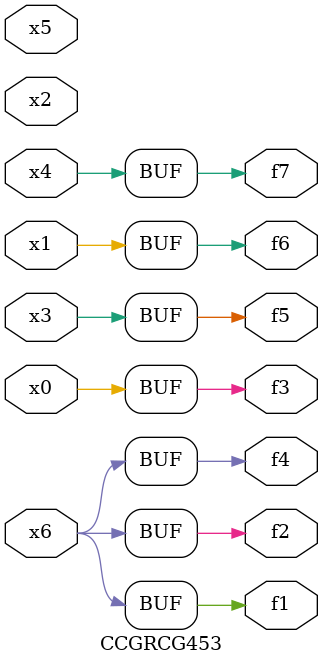
<source format=v>
module CCGRCG453(
	input x0, x1, x2, x3, x4, x5, x6,
	output f1, f2, f3, f4, f5, f6, f7
);
	assign f1 = x6;
	assign f2 = x6;
	assign f3 = x0;
	assign f4 = x6;
	assign f5 = x3;
	assign f6 = x1;
	assign f7 = x4;
endmodule

</source>
